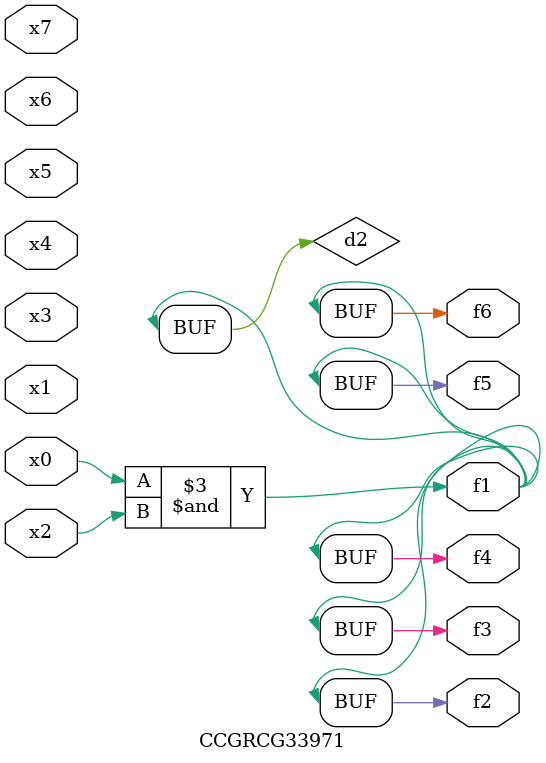
<source format=v>
module CCGRCG33971(
	input x0, x1, x2, x3, x4, x5, x6, x7,
	output f1, f2, f3, f4, f5, f6
);

	wire d1, d2;

	nor (d1, x3, x6);
	and (d2, x0, x2);
	assign f1 = d2;
	assign f2 = d2;
	assign f3 = d2;
	assign f4 = d2;
	assign f5 = d2;
	assign f6 = d2;
endmodule

</source>
